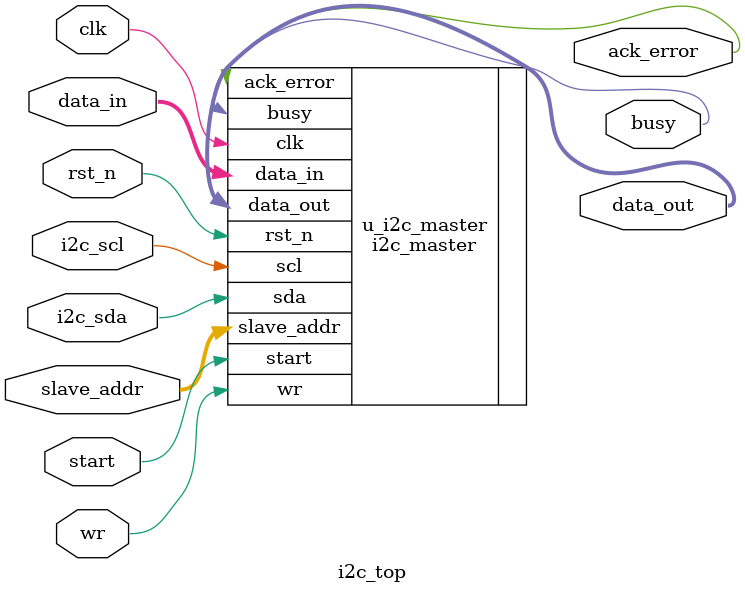
<source format=v>

module i2c_top #(
    parameter CLK_DIV = 100    // Clock divider for I2C SCL frequency
                               // SCL_freq = system_clk / (4 * CLK_DIV)
) (
    // System signals
    input wire clk,
    input wire rst_n,

    // Control interface
    input wire start,
    input wire wr,
    input wire [6:0] slave_addr,
    input wire [7:0] data_in,
    output wire [7:0] data_out,
    output wire busy,
    output wire ack_error,

    // I2C physical interface (bidirectional with tri-state control)
    inout wire i2c_sda,
    inout wire i2c_scl
);

    // Instantiate I2C master
    i2c_master #(
        .CLK_DIV(CLK_DIV)
    ) u_i2c_master (
        .clk(clk),
        .rst_n(rst_n),
        .start(start),
        .wr(wr),
        .slave_addr(slave_addr),
        .data_in(data_in),
        .data_out(data_out),
        .busy(busy),
        .ack_error(ack_error),
        .sda(i2c_sda),
        .scl(i2c_scl)
    );

endmodule

</source>
